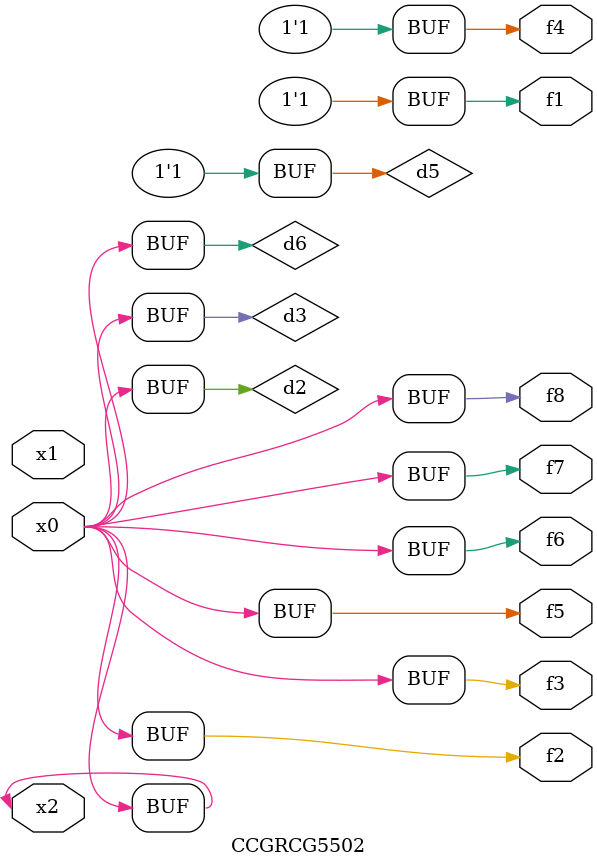
<source format=v>
module CCGRCG5502(
	input x0, x1, x2,
	output f1, f2, f3, f4, f5, f6, f7, f8
);

	wire d1, d2, d3, d4, d5, d6;

	xnor (d1, x2);
	buf (d2, x0, x2);
	and (d3, x0);
	xnor (d4, x1, x2);
	nand (d5, d1, d3);
	buf (d6, d2, d3);
	assign f1 = d5;
	assign f2 = d6;
	assign f3 = d6;
	assign f4 = d5;
	assign f5 = d6;
	assign f6 = d6;
	assign f7 = d6;
	assign f8 = d6;
endmodule

</source>
